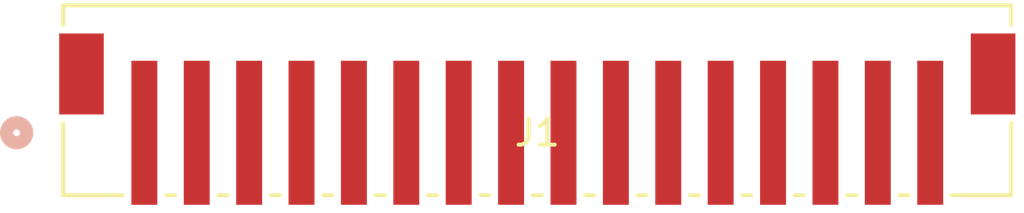
<source format=kicad_pcb>
(kicad_pcb (version 20241229) (generator "pcbnew") (generator_version "9.0")
  (layers (0 "F.Cu" signal) (2 "B.Cu" signal) (13 "F.Paste" user) (15 "B.Paste" user) (5 "F.SilkS" user "F.Silkscreen") (7 "B.SilkS" user "B.Silkscreen") (1 "F.Mask" user) (3 "B.Mask" user) (25 "Edge.Cuts" user))
  (net 0 "")
  (net 1 "+3.3V")
  (net 2 "/LORA_DIO3")
  (net 3 "/LORA_DIO5")
  (net 4 "/LORA_DIO2")
  (net 5 "/LORA_RESET")
  (net 6 "/MOSI_LINE2")
  (net 7 "GND")
  (net 8 "/LORA_DIO0")
  (net 9 "/LORA_CS_NSS_LINE")
  (net 10 "/LORA_DIO4")
  (net 11 "/SCLK_LINE2")
  (net 12 "/LORA_DIO1")
  (net 13 "/MISO_LINE2")
  (footprint "DAQ:CONN_B16B-PH-SM4-TB_JST" (layer "F.Cu") (at 156.099997 54.0052)
    (property "Reference" "J1" (at 0 1.244801 0) (layer "F.SilkS"))
    (property "Value" "B16B-PH-SM4-TBLFSN")
    (fp_line (start -18.0975 -3.6322) (end -18.0975 -2.88734) (stroke (width 0.1524)) (layer "F.SilkS"))
    (fp_line (start -18.0975 0.87694) (end -18.0975 3.6322) (stroke (width 0.1524)) (layer "F.SilkS"))
    (fp_line (start -18.0975 3.6322) (end -15.82804 3.6322) (stroke (width 0.1524)) (layer "F.SilkS"))
    (fp_line (start -14.17196 3.6322) (end -13.828042 3.6322) (stroke (width 0.1524)) (layer "F.SilkS"))
    (fp_line (start -12.171962 3.6322) (end -11.828041 3.6322) (stroke (width 0.1524)) (layer "F.SilkS"))
    (fp_line (start -10.171961 3.6322) (end -9.82804 3.6322) (stroke (width 0.1524)) (layer "F.SilkS"))
    (fp_line (start -8.17196 3.6322) (end -7.828041 3.6322) (stroke (width 0.1524)) (layer "F.SilkS"))
    (fp_line (start -6.171961 3.6322) (end -5.82804 3.6322) (stroke (width 0.1524)) (layer "F.SilkS"))
    (fp_line (start -4.17196 3.6322) (end -3.828042 3.6322) (stroke (width 0.1524)) (layer "F.SilkS"))
    (fp_line (start -2.171962 3.6322) (end -1.828041 3.6322) (stroke (width 0.1524)) (layer "F.SilkS"))
    (fp_line (start -0.171961 3.6322) (end 0.171961 3.6322) (stroke (width 0.1524)) (layer "F.SilkS"))
    (fp_line (start 1.828041 3.6322) (end 2.171959 3.6322) (stroke (width 0.1524)) (layer "F.SilkS"))
    (fp_line (start 3.828039 3.6322) (end 4.17196 3.6322) (stroke (width 0.1524)) (layer "F.SilkS"))
    (fp_line (start 5.82804 3.6322) (end 6.171959 3.6322) (stroke (width 0.1524)) (layer "F.SilkS"))
    (fp_line (start 7.828039 3.6322) (end 8.17196 3.6322) (stroke (width 0.1524)) (layer "F.SilkS"))
    (fp_line (start 9.82804 3.6322) (end 10.171958 3.6322) (stroke (width 0.1524)) (layer "F.SilkS"))
    (fp_line (start 11.828038 3.6322) (end 12.171959 3.6322) (stroke (width 0.1524)) (layer "F.SilkS"))
    (fp_line (start 13.828039 3.6322) (end 14.17196 3.6322) (stroke (width 0.1524)) (layer "F.SilkS"))
    (fp_line (start 15.82804 3.6322) (end 18.0975 3.6322) (stroke (width 0.1524)) (layer "F.SilkS"))
    (fp_line (start 18.0975 -3.6322) (end -18.0975 -3.6322) (stroke (width 0.1524)) (layer "F.SilkS"))
    (fp_line (start 18.0975 -2.88734) (end 18.0975 -3.6322) (stroke (width 0.1524)) (layer "F.SilkS"))
    (fp_line (start 18.0975 3.6322) (end 18.0975 0.87694) (stroke (width 0.1524)) (layer "F.SilkS"))
    (fp_circle (center -19.8755 1.244801) (end -19.4945 1.244801) (stroke (width 0.508)) (fill no) (layer "F.SilkS"))
    (fp_circle (center -19.8755 1.244801) (end -19.4945 1.244801) (stroke (width 0.508)) (fill no) (layer "B.SilkS"))
    (pad "1" smd rect (at -15 1.244801) (size 0.9906 5.5118) (layers "F.Cu" "F.Mask" "F.Paste") (net 7 "GND"))
    (pad "2" smd rect (at -13.000002 1.244801) (size 0.9906 5.5118) (layers "F.Cu" "F.Mask" "F.Paste") (net 2 "/LORA_DIO3"))
    (pad "3" smd rect (at -11.000001 1.244801) (size 0.9906 5.5118) (layers "F.Cu" "F.Mask" "F.Paste") (net 10 "/LORA_DIO4"))
    (pad "4" smd rect (at -9 1.244801) (size 0.9906 5.5118) (layers "F.Cu" "F.Mask" "F.Paste") (net 8 "/LORA_DIO0"))
    (pad "5" smd rect (at -7.000001 1.244801) (size 0.9906 5.5118) (layers "F.Cu" "F.Mask" "F.Paste") (net 9 "/LORA_CS_NSS_LINE"))
    (pad "6" smd rect (at -5 1.244801) (size 0.9906 5.5118) (layers "F.Cu" "F.Mask" "F.Paste") (net 5 "/LORA_RESET"))
    (pad "7" smd rect (at -3.000002 1.244801) (size 0.9906 5.5118) (layers "F.Cu" "F.Mask" "F.Paste") (net 3 "/LORA_DIO5"))
    (pad "8" smd rect (at -1.000001 1.244801) (size 0.9906 5.5118) (layers "F.Cu" "F.Mask" "F.Paste") (net 7 "GND"))
    (pad "9" smd rect (at 1.000001 1.244801) (size 0.9906 5.5118) (layers "F.Cu" "F.Mask" "F.Paste") (net 7 "GND"))
    (pad "10" smd rect (at 2.999999 1.244801) (size 0.9906 5.5118) (layers "F.Cu" "F.Mask" "F.Paste") (net 7 "GND"))
    (pad "11" smd rect (at 5 1.244801) (size 0.9906 5.5118) (layers "F.Cu" "F.Mask" "F.Paste") (net 13 "/MISO_LINE2"))
    (pad "12" smd rect (at 6.999999 1.244801) (size 0.9906 5.5118) (layers "F.Cu" "F.Mask" "F.Paste") (net 6 "/MOSI_LINE2"))
    (pad "13" smd rect (at 9 1.244801) (size 0.9906 5.5118) (layers "F.Cu" "F.Mask" "F.Paste") (net 1 "+3.3V"))
    (pad "14" smd rect (at 10.999998 1.244801) (size 0.9906 5.5118) (layers "F.Cu" "F.Mask" "F.Paste") (net 11 "/SCLK_LINE2"))
    (pad "15" smd rect (at 12.999999 1.244801) (size 0.9906 5.5118) (layers "F.Cu" "F.Mask" "F.Paste") (net 12 "/LORA_DIO1"))
    (pad "16" smd rect (at 15 1.244801) (size 0.9906 5.5118) (layers "F.Cu" "F.Mask" "F.Paste") (net 4 "/LORA_DIO2"))
    (pad "17" smd rect (at -17.400003 -1.0052) (size 1.7018 3.0988) (layers "F.Cu" "F.Mask" "F.Paste"))
    (pad "18" smd rect (at 17.400003 -1.0052) (size 1.7018 3.0988) (layers "F.Cu" "F.Mask" "F.Paste"))
  )
)
</source>
